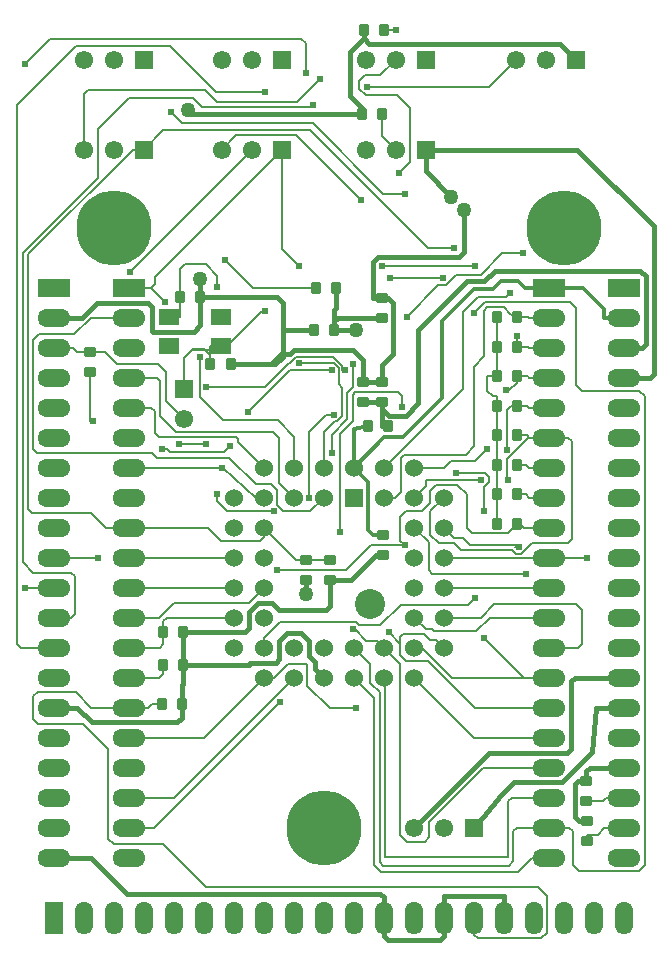
<source format=gbl>
G04 Layer_Physical_Order=2*
G04 Layer_Color=16711680*
%FSLAX25Y25*%
%MOIN*%
G70*
G01*
G75*
%ADD12C,0.00700*%
%ADD13C,0.01600*%
%ADD14C,0.25000*%
%ADD15R,0.11000X0.06000*%
%ADD16O,0.11000X0.06000*%
%ADD17R,0.06000X0.11000*%
%ADD18O,0.06000X0.11000*%
%ADD19C,0.06102*%
%ADD20R,0.06102X0.06102*%
%ADD21R,0.06000X0.06000*%
%ADD22C,0.06000*%
%ADD23R,0.06102X0.06102*%
%ADD24C,0.10000*%
%ADD25C,0.02400*%
%ADD26C,0.05000*%
G04:AMPARAMS|DCode=27|XSize=39.37mil|YSize=35.43mil|CornerRadius=4.43mil|HoleSize=0mil|Usage=FLASHONLY|Rotation=90.000|XOffset=0mil|YOffset=0mil|HoleType=Round|Shape=RoundedRectangle|*
%AMROUNDEDRECTD27*
21,1,0.03937,0.02658,0,0,90.0*
21,1,0.03051,0.03543,0,0,90.0*
1,1,0.00886,0.01329,0.01526*
1,1,0.00886,0.01329,-0.01526*
1,1,0.00886,-0.01329,-0.01526*
1,1,0.00886,-0.01329,0.01526*
%
%ADD27ROUNDEDRECTD27*%
%ADD28R,0.07087X0.05512*%
G04:AMPARAMS|DCode=29|XSize=39.37mil|YSize=35.43mil|CornerRadius=4.43mil|HoleSize=0mil|Usage=FLASHONLY|Rotation=0.000|XOffset=0mil|YOffset=0mil|HoleType=Round|Shape=RoundedRectangle|*
%AMROUNDEDRECTD29*
21,1,0.03937,0.02658,0,0,0.0*
21,1,0.03051,0.03543,0,0,0.0*
1,1,0.00886,0.01526,-0.01329*
1,1,0.00886,-0.01526,-0.01329*
1,1,0.00886,-0.01526,0.01329*
1,1,0.00886,0.01526,0.01329*
%
%ADD29ROUNDEDRECTD29*%
%ADD30C,0.01200*%
D12*
X315000Y240000D02*
X325004D01*
X326254Y241250D01*
Y244400D01*
X315000Y250000D02*
X325204D01*
X326454Y251250D01*
Y255200D01*
X355000Y265000D02*
X360000Y270000D01*
X410000Y240000D02*
X430000Y220000D01*
X455000D01*
X467400Y198954D02*
X473100D01*
X474146Y200000D01*
X480000D01*
X290000Y280000D02*
X304800D01*
X315300Y375300D02*
X356000Y416000D01*
X455000Y280000D02*
X467800D01*
X400000Y456000D02*
X404000D01*
X370654Y279346D02*
X374000D01*
X360000Y290000D02*
X370654Y279346D01*
X400000Y310000D02*
X426400Y336400D01*
Y361970D01*
X431430Y367000D01*
X440632D01*
X441900Y368268D01*
X322200Y370000D02*
X323600Y371400D01*
Y373600D01*
X366000Y416000D01*
X315000Y370000D02*
X322200D01*
X326900Y365300D01*
X315000Y340000D02*
X324249D01*
X325499Y338750D01*
Y327151D02*
Y338750D01*
Y327151D02*
X330751Y321899D01*
X363000D01*
X365000Y319899D01*
Y305000D02*
Y319899D01*
Y305000D02*
X370000Y300000D01*
X394450Y436950D02*
X434950D01*
X444000Y446000D01*
X340000Y220000D02*
X360000Y240000D01*
X315000Y220000D02*
X340000D01*
X342154Y350676D02*
X345561D01*
X400000Y250000D02*
X405400Y244600D01*
Y187600D02*
Y244600D01*
Y187600D02*
X407600Y185400D01*
X413650D01*
X415000Y186750D01*
Y191900D01*
X433100Y210000D01*
X455000D01*
X397600Y252400D02*
X400000Y250000D01*
X390000D02*
X395500Y244500D01*
Y238348D02*
Y244500D01*
Y238348D02*
X398600Y235248D01*
Y178462D02*
Y235248D01*
Y178462D02*
X399762Y177300D01*
X441550D01*
X443000Y178750D01*
Y188750D01*
X444250Y190000D01*
X455000D01*
X461750D01*
X463000Y188750D01*
Y177500D02*
Y188750D01*
Y177500D02*
X465000Y175500D01*
X484900D01*
X486900Y177500D01*
Y333750D01*
X485150Y335500D02*
X486900Y333750D01*
X466000Y335500D02*
X485150D01*
X464000Y337500D02*
X466000Y335500D01*
X464000Y337500D02*
Y363200D01*
X462100Y365100D02*
X464000Y363200D01*
X433632Y365100D02*
X462100D01*
X430100Y361568D02*
X433632Y365100D01*
X327200Y332400D02*
X333300Y326300D01*
X327200Y332400D02*
Y341950D01*
X324650Y344500D02*
X327200Y341950D01*
X311093Y344500D02*
X324650D01*
X306900Y348693D02*
X311093Y344500D01*
X302000Y348693D02*
X306900D01*
X370799Y420801D02*
X392200Y399400D01*
X350801Y420801D02*
X370799D01*
X346000Y416000D02*
X350801Y420801D01*
X405100Y408400D02*
X408600Y411900D01*
Y429900D01*
X404200Y434300D02*
X408600Y429900D01*
X393850Y434300D02*
X404200D01*
X391800Y436350D02*
X393850Y434300D01*
X391800Y436350D02*
Y438850D01*
X393750Y440800D01*
X398800D01*
X404000Y446000D01*
X300000Y416000D02*
Y434700D01*
X301250Y435950D01*
X340350D01*
X344300Y432000D01*
X371100D01*
X378673Y439573D01*
X360000Y286850D02*
Y290000D01*
X358750Y285600D02*
X360000Y286850D01*
X345700Y285600D02*
X358750D01*
X341300Y290000D02*
X345700Y285600D01*
X315000Y290000D02*
X341300D01*
X316400Y416000D02*
X320000D01*
X281500Y381100D02*
X316400Y416000D01*
X281500Y296150D02*
Y381100D01*
Y296150D02*
X282650Y295000D01*
X302500D01*
X307500Y290000D01*
X315000D01*
X320000Y416000D02*
X326501Y422501D01*
X375399D01*
X414600Y383300D01*
X423450D01*
X375800Y430300D02*
X376500Y431000D01*
X339350Y430300D02*
X375800D01*
X336450Y433200D02*
X339350Y430300D01*
X314900Y433200D02*
X336450D01*
X304600Y422900D02*
X314900Y433200D01*
X304600Y406700D02*
Y422900D01*
X279600Y381700D02*
X304600Y406700D01*
X279600Y278500D02*
Y381700D01*
Y278500D02*
X283100Y275000D01*
X295650D01*
X296900Y273750D01*
Y261250D02*
Y273750D01*
X295650Y260000D02*
X296900Y261250D01*
X290000Y260000D02*
X295650D01*
X344000Y435300D02*
X360250D01*
X328700Y450600D02*
X344000Y435300D01*
X297350Y450600D02*
X328700D01*
X277700Y430950D02*
X297350Y450600D01*
X277700Y251250D02*
Y430950D01*
Y251250D02*
X278950Y250000D01*
X290000D01*
X399800Y401400D02*
X407000D01*
X376200Y425000D02*
X399800Y401400D01*
X332550Y425000D02*
X376200D01*
X328950Y428600D02*
X332550Y425000D01*
X442100Y361300D02*
X444291Y360236D01*
X439900Y363500D02*
X442100Y361300D01*
X434500Y363500D02*
X439900D01*
X433400Y362400D02*
X434500Y363500D01*
X433400Y347100D02*
Y362400D01*
X430000Y343700D02*
X433400Y347100D01*
X430000Y317100D02*
Y343700D01*
X427250Y314350D02*
X430000Y317100D01*
X406600Y314350D02*
X427250D01*
X405600Y313350D02*
X406600Y314350D01*
X405600Y301900D02*
Y313350D01*
X403700Y300000D02*
X405600Y301900D01*
X400000Y300000D02*
X403700D01*
X444291Y338400D02*
Y340551D01*
X426050Y306050D02*
X432495Y305800D01*
X413950Y305900D02*
X426050Y306050D01*
X413950Y303950D02*
Y305900D01*
X410000Y300000D02*
X413950Y303950D01*
X442500Y330709D02*
X444291D01*
X422200Y312100D02*
X430200D01*
X420100Y310000D02*
X422200Y312100D01*
X410000Y310000D02*
X420100D01*
X455000Y320000D02*
X461504D01*
X462754Y318750D01*
Y286250D02*
Y318750D01*
X461258Y284754D02*
X462754Y286250D01*
X423350Y284750D02*
X425526Y282574D01*
X418350Y284750D02*
X423350D01*
X415500Y287600D02*
X418350Y284750D01*
X415500Y287600D02*
Y295500D01*
X420000Y300000D01*
X416150Y274500D02*
X447200D01*
X414900Y275750D02*
X416150Y274500D01*
X414900Y275750D02*
Y285100D01*
X410000Y290000D02*
X414900Y285100D01*
X401900Y373400D02*
X419700D01*
X405500Y285700D02*
X406900Y284300D01*
X405500Y285700D02*
Y293650D01*
X407350Y295500D01*
X412800D01*
X415500Y298200D01*
Y302400D01*
X417450Y304350D01*
X424400D01*
X427600Y301150D01*
Y290000D02*
Y301150D01*
Y290000D02*
X429500Y288100D01*
X441216D01*
X444291Y291175D01*
X443813D02*
X444291D01*
X443650Y291339D02*
X443813Y291175D01*
X443650Y291339D02*
X444291D01*
X380000Y310000D02*
Y321800D01*
X366000Y382900D02*
X371700Y377200D01*
X366000Y382900D02*
Y416000D01*
X302300Y360000D02*
X315000D01*
X296800Y354500D02*
X302300Y360000D01*
X285100Y354500D02*
X296800D01*
X283100Y352500D02*
X285100Y354500D01*
X283100Y316250D02*
Y352500D01*
Y316250D02*
X284350Y315000D01*
X322700D01*
X324400Y313300D01*
X348400D01*
X357200Y304500D01*
X362400D01*
X364400Y302500D01*
Y297450D02*
Y302500D01*
Y297450D02*
X366350Y295500D01*
X375500D01*
X380000Y300000D01*
X370000Y310000D02*
Y320348D01*
X364548Y325800D02*
X370000Y320348D01*
X346445Y325800D02*
X364548D01*
X338600Y333645D02*
X346445Y325800D01*
X338600Y333645D02*
Y346800D01*
X351350Y318650D02*
X360000Y310000D01*
X351350Y318650D02*
Y319585D01*
X350736Y320199D02*
X351350Y319585D01*
X325000Y320199D02*
X350736D01*
X323700Y321499D02*
X325000Y320199D01*
X323700Y321499D02*
Y328750D01*
X322450Y330000D02*
X323700Y328750D01*
X315000Y330000D02*
X322450D01*
X346800Y315100D02*
X348800Y317100D01*
X328550Y315100D02*
X346800D01*
X327550Y316100D02*
X328550Y315100D01*
X326000Y316100D02*
X327550D01*
X390000Y240000D02*
X396762Y233238D01*
Y177488D02*
Y233238D01*
Y177488D02*
X398850Y175400D01*
X444700D01*
X449300Y180000D01*
X455000D01*
X407600Y360236D02*
X418164Y370800D01*
X420557D01*
X424057Y374300D01*
X432294D01*
X439494Y381500D01*
X446200D01*
X323500Y190000D02*
X365500Y232000D01*
X315000Y190000D02*
X323500D01*
X387800Y326204D02*
Y334900D01*
X382600Y321004D02*
X387800Y326204D01*
X382600Y315000D02*
Y321004D01*
X455000Y250000D02*
X464650D01*
X465900Y251250D01*
Y262500D01*
X463900Y264500D02*
X465900Y262500D01*
X436700Y264500D02*
X463900D01*
X432200Y260000D02*
X436700Y264500D01*
X420000Y260000D02*
X432200D01*
X360000Y240000D02*
X363500D01*
X368000Y244500D01*
X374200D01*
X374500Y244200D01*
Y237350D02*
Y244200D01*
X428100Y264400D02*
X430300Y266600D01*
X405600Y264400D02*
X428100D01*
X398700Y257500D02*
X405600Y264400D01*
X360000Y250000D02*
Y253225D01*
X410000Y260000D02*
X413900Y256100D01*
X416150D01*
X416750Y255500D01*
X430800D01*
X435300Y260000D01*
X455000D01*
X375000Y300000D02*
Y321900D01*
X400000Y240000D02*
X400300Y239700D01*
Y180300D02*
Y239700D01*
Y180300D02*
X441300D01*
Y198750D01*
X442550Y200000D01*
X455000D01*
X315000Y230000D02*
X321500D01*
X322800Y231300D01*
X326054D01*
X430000Y154350D02*
Y160000D01*
Y154350D02*
X431250Y153100D01*
X452500D01*
X454400Y155000D01*
Y167100D01*
X451300Y170200D02*
X454400Y167100D01*
X340800Y170200D02*
X451300D01*
X326500Y184500D02*
X340800Y170200D01*
X309850Y184500D02*
X326500D01*
X308100Y186250D02*
X309850Y184500D01*
X308100Y186250D02*
Y216200D01*
X299700Y224600D02*
X308100Y216200D01*
X284750Y224600D02*
X299700D01*
X283100Y226250D02*
X284750Y224600D01*
X283100Y226250D02*
Y233750D01*
X284550Y235200D01*
X297300D01*
X302500Y230000D01*
X315000D01*
X326454Y255200D02*
Y258750D01*
X327704Y260000D01*
X350000D01*
X473500Y190000D02*
X480000D01*
X471200Y187700D02*
X473500Y190000D01*
X467700Y187700D02*
X471200D01*
X467600Y187600D02*
X467700Y187700D01*
X467600Y185454D02*
Y187600D01*
X430196Y230000D02*
X455000D01*
X407450Y245650D02*
X414546D01*
X405500Y247600D02*
X407450Y245650D01*
X405500Y253650D02*
X406350Y254500D01*
X413400D01*
X415400Y252500D01*
X417500D01*
X420000Y250000D01*
X405906Y330400D02*
Y333750D01*
X404556Y335100D02*
X405906Y333750D01*
X390508Y335100D02*
X404556D01*
X389600Y334192D02*
X390508Y335100D01*
X389600Y325600D02*
Y334192D01*
X385200Y321200D02*
X389600Y325600D01*
X385200Y288650D02*
Y321200D01*
X401800Y255100D02*
X405500Y251400D01*
Y247600D02*
Y251400D01*
X414546Y245650D02*
X430196Y230000D01*
X290000Y350000D02*
X296500D01*
X297807Y348693D01*
X302000D01*
X399346Y420654D02*
X404000Y416000D01*
X399346Y420654D02*
Y428000D01*
X374000Y279346D02*
X382000D01*
X315000Y270000D02*
X350000D01*
X315000Y280000D02*
X350000D01*
X373900Y441500D02*
Y451600D01*
X372500Y453000D02*
X373900Y451600D01*
X288700Y453000D02*
X372500D01*
X280300Y444600D02*
X288700Y453000D01*
X280300Y270000D02*
X290000D01*
X444291Y360236D02*
X448264D01*
X448500Y360000D01*
X455000D01*
X444291Y350394D02*
X448106D01*
X448500Y350000D01*
X455000D01*
X444291Y340551D02*
X447949D01*
X448500Y340000D01*
X455000D01*
X444291Y330709D02*
X447791D01*
X448500Y330000D01*
X455000D01*
X444291Y320866D02*
X447634D01*
X448500Y320000D01*
X455000D01*
X399400Y377200D02*
X430200D01*
X448100Y320000D02*
X448500D01*
X444291Y311024D02*
X447476D01*
X448500Y310000D01*
X455000D01*
X444291Y301181D02*
X447319D01*
X448500Y300000D01*
X455000D01*
X420000Y290000D02*
X423500Y286500D01*
X395800Y284300D02*
X406900D01*
X387500Y276000D02*
X395800Y284300D01*
X364350Y276000D02*
X387500D01*
X347700Y295500D02*
X363200D01*
X344200Y299000D02*
X347700Y295500D01*
X344200Y299000D02*
Y301200D01*
X331643Y318000D02*
X340800D01*
Y336800D02*
X360200D01*
X357400Y300000D02*
X360000D01*
X346200Y310000D02*
X357400Y300000D01*
X346100Y310000D02*
X346200D01*
X315000D02*
X346100D01*
X437598Y320866D02*
Y330709D01*
Y311024D02*
Y320866D01*
X434500Y335700D02*
Y340551D01*
X437598D01*
Y350394D01*
Y360236D01*
Y301181D02*
Y311024D01*
Y291339D02*
Y301181D01*
X330000Y200000D02*
X370000Y240000D01*
X315000Y200000D02*
X330000D01*
X302100Y325500D02*
X303100D01*
X302000Y325600D02*
X302100Y325500D01*
X302000Y325600D02*
Y342000D01*
X420000Y270000D02*
X455000D01*
X412600Y250000D02*
X422600Y240000D01*
X410000Y250000D02*
X412600D01*
X423850Y308400D02*
X433750D01*
X435100Y307050D01*
Y305200D02*
Y307050D01*
X433500Y303600D02*
X435100Y305200D01*
X433500Y295600D02*
Y303600D01*
Y253100D02*
X446600Y240000D01*
X448500D01*
X328239Y360124D02*
X331800D01*
X331954Y360278D01*
Y366900D01*
X340254Y349400D02*
X342154Y347500D01*
X340254Y349400D02*
Y349500D01*
X336082D02*
X340254D01*
X336082Y349400D02*
Y349500D01*
X335982Y349400D02*
X336082D01*
X333300Y336300D02*
Y346718D01*
X335982Y349400D01*
X405500Y251400D02*
Y253650D01*
X422600Y240000D02*
X446600D01*
X448500D02*
X455000D01*
X336082Y349400D02*
X340254D01*
X342154D01*
X346400D01*
X342154Y344500D02*
Y347500D01*
Y349400D01*
Y350676D01*
X315000Y260000D02*
X324961D01*
X329961Y265000D01*
X355000D01*
X346400Y349400D02*
X359205Y362205D01*
X360236D01*
X356234Y370000D02*
X377307D01*
X331954Y366900D02*
Y376250D01*
X347100Y379134D02*
X356234Y370000D01*
X340551Y377953D02*
X344488Y374016D01*
X333656Y377953D02*
X340551D01*
X344488Y370079D02*
Y374016D01*
X331954Y376250D02*
X333656Y377953D01*
X420000Y280000D02*
X455000D01*
X442732Y282574D02*
X443991Y281315D01*
X445772D01*
X449212Y284754D02*
X461258D01*
X445772Y281315D02*
X449212Y284754D01*
X425526Y282574D02*
X442732D01*
X443680Y283465D02*
X444882D01*
X423500Y286500D02*
X426492D01*
X428740Y284252D02*
X444095D01*
X444882Y283465D01*
X426492Y286500D02*
X428740Y284252D01*
X444291Y291339D02*
X445276D01*
X446614Y290000D01*
X455000D01*
X440900Y306344D02*
X441339Y305906D01*
X440900Y306344D02*
Y312800D01*
X440945Y315748D02*
Y329153D01*
X440900Y312800D02*
X441698Y313598D01*
X441835D01*
X443095Y314858D01*
Y314995D01*
X448100Y320000D01*
X440945Y329153D02*
X442500Y330709D01*
X430200Y312100D02*
X434252Y316152D01*
X434500Y335700D02*
X436300Y333900D01*
X437498D01*
X437598Y333800D01*
Y330709D02*
Y333800D01*
X440551Y335827D02*
X441718D01*
X444291Y338400D01*
X444488Y352682D02*
Y353937D01*
X444291Y352485D02*
X444488Y352682D01*
X444291Y350394D02*
Y352485D01*
X354800Y328600D02*
X368700Y342500D01*
X360200Y336800D02*
X368350Y344950D01*
X368700Y342500D02*
X382700D01*
X368350Y344950D02*
X368681D01*
X370762Y347031D01*
X383048D01*
X386150Y343929D01*
X371653Y344881D02*
X383359D01*
X384850Y337950D02*
X386100Y336700D01*
X375000Y321900D02*
X380659Y327559D01*
X383465D01*
X380000Y321800D02*
X383609Y325409D01*
X384355D01*
X386100Y327154D01*
Y336700D01*
X389682Y336782D02*
Y344488D01*
X387800Y334900D02*
X389682Y336782D01*
X386150Y342550D02*
Y343929D01*
X384850Y337950D02*
Y343390D01*
X383359Y344881D02*
X384850Y343390D01*
X386150Y342550D02*
X386181Y342519D01*
X387007D01*
X394100Y252400D02*
X397600D01*
X390201Y256299D02*
X394100Y252400D01*
X389764Y256299D02*
X390201D01*
X390654Y258449D02*
X391603Y257500D01*
X398700D01*
X365224Y258449D02*
X390654D01*
X360000Y253225D02*
X365224Y258449D01*
X381929Y229921D02*
X390551D01*
X374500Y237350D02*
X381929Y229921D01*
D13*
X399400Y324100D02*
X399500Y324000D01*
X401346D01*
X332946Y244400D02*
Y249700D01*
X333146Y249900D01*
Y255200D01*
X332746Y231300D02*
Y237700D01*
X332946Y237900D01*
Y244400D01*
X414000Y408800D02*
Y416000D01*
Y408800D02*
X422400Y400400D01*
X399213Y366732D02*
X401268D01*
X403000Y365000D01*
Y348000D02*
Y365000D01*
X399400Y344400D02*
X403000Y348000D01*
X399400Y338446D02*
Y344400D01*
X364300Y366900D02*
X366200Y365000D01*
X290000Y360000D02*
X299200D01*
X304200Y365000D01*
X321350D01*
X322800Y363550D01*
Y355500D02*
Y363550D01*
Y355500D02*
X322900Y355400D01*
X336546D01*
X338646Y357500D01*
X465000Y192146D02*
X467600D01*
X463600Y193546D02*
X465000Y192146D01*
X463600Y193546D02*
Y204598D01*
X464648Y205646D01*
X467400D01*
X383346Y356000D02*
X390550D01*
X383346D02*
Y358750D01*
X384636Y360039D01*
X399213D01*
X392654Y428000D02*
Y430055D01*
X388700Y434009D02*
X392654Y430055D01*
X388700Y434009D02*
Y448600D01*
X420000Y153950D02*
Y160000D01*
X418750Y152700D02*
X420000Y153950D01*
X401250Y152700D02*
X418750D01*
X400000Y153950D02*
X401250Y152700D01*
X400000Y153950D02*
Y160000D01*
X480000Y350000D02*
X486050D01*
X487300Y351250D01*
Y373750D01*
X485350Y375700D02*
X487300Y373750D01*
X437034Y375700D02*
X485350D01*
X433410Y372077D02*
X437034Y375700D01*
X427700Y372077D02*
X433410D01*
X411400Y355777D02*
X427700Y372077D01*
X411400Y331500D02*
Y355777D01*
X407200Y327300D02*
X411400Y331500D01*
X401550Y327300D02*
X407200D01*
X399400Y329450D02*
X401550Y327300D01*
X399400Y329450D02*
Y331754D01*
X376944Y243056D02*
X380000Y240000D01*
X376944Y243056D02*
Y245200D01*
X374900Y247244D02*
X376944Y245200D01*
X374900Y247244D02*
Y252400D01*
X372400Y254900D02*
X374900Y252400D01*
X367600Y254900D02*
X372400D01*
X365100Y252400D02*
X367600Y254900D01*
X365100Y246150D02*
Y252400D01*
X363850Y244900D02*
X365100Y246150D01*
X355500Y244900D02*
X363850D01*
X355000Y244400D02*
X355500Y244900D01*
X332946Y244400D02*
X355000D01*
X414000Y416000D02*
X464500D01*
X490000Y390500D01*
Y341250D02*
Y390500D01*
X488750Y340000D02*
X490000Y341250D01*
X480000Y340000D02*
X488750D01*
X382000Y263750D02*
Y272654D01*
X380750Y262500D02*
X382000Y263750D01*
X365000Y262500D02*
X380750D01*
X362600Y264900D02*
X365000Y262500D01*
X358112Y264900D02*
X362600D01*
X355000Y261788D02*
X358112Y264900D01*
X355000Y256450D02*
Y261788D01*
X353750Y255200D02*
X355000Y256450D01*
X333146Y255200D02*
X353750D01*
X426825Y382025D02*
Y395975D01*
X425100Y380300D02*
X426825Y382025D01*
X397950Y380300D02*
X425100D01*
X396300Y378650D02*
X397950Y380300D01*
X396300Y366932D02*
Y378650D01*
Y366932D02*
X396500Y366732D01*
X399213D01*
X374000Y268000D02*
Y272654D01*
X400000Y160000D02*
Y166750D01*
X398750Y168000D02*
X400000Y166750D01*
X314500Y168000D02*
X398750D01*
X302500Y180000D02*
X314500Y168000D01*
X290000Y180000D02*
X302500D01*
X393000Y331854D02*
X396100D01*
X396200Y331754D01*
X399400D01*
X430000Y190000D02*
X439050Y200800D01*
X443450Y205200D01*
X459500D01*
X469500Y215200D01*
X470750Y230000D01*
X480000D01*
X463550Y240000D02*
X480000D01*
X462300Y238750D02*
X463550Y240000D01*
X462300Y216250D02*
Y238750D01*
X461050Y215000D02*
X462300Y216250D01*
X435000Y215000D02*
X461050D01*
X410000Y190000D02*
X435000Y215000D01*
X332746Y226696D02*
Y231300D01*
X331150Y225100D02*
X332746Y226696D01*
X302600Y225100D02*
X331150D01*
X297700Y230000D02*
X302600Y225100D01*
X290000Y230000D02*
X297700D01*
X397400Y280954D02*
X399800D01*
X389100Y272654D02*
X397400Y280954D01*
X382000Y272654D02*
X389100D01*
X348846Y344500D02*
X363700D01*
X366200Y347000D01*
Y348050D01*
X393000Y338546D02*
X396100D01*
X396200Y338446D01*
X399400D01*
X468650Y210000D02*
X480000D01*
X467400Y208750D02*
X468650Y210000D01*
X467400Y205646D02*
Y208750D01*
X383346Y362600D02*
X384000Y363254D01*
Y370000D01*
X334700Y429250D02*
X335950Y428000D01*
X392654D01*
X393307Y453207D02*
Y456000D01*
X393250Y453150D02*
X393307Y453207D01*
X393250Y453150D02*
X395000Y451400D01*
X458600D01*
X464000Y446000D01*
X440000Y160000D02*
Y167300D01*
X420000D02*
X440000D01*
X420000Y160000D02*
Y167300D01*
X399400Y324100D02*
Y329450D01*
X366200Y348050D02*
Y356000D01*
Y365000D01*
Y356000D02*
X376654D01*
X383346Y358750D02*
Y362600D01*
X388700Y448600D02*
X393250Y453150D01*
X362216Y344500D02*
X366200Y348483D01*
Y356000D01*
X338646Y357500D02*
Y366900D01*
Y372835D01*
Y366900D02*
X364300D01*
X366200Y348050D02*
X368741D01*
X369872Y349181D01*
X393000Y338546D02*
Y345950D01*
X369872Y349181D02*
X389769D01*
X393000Y345950D01*
D14*
X380000Y190000D02*
D03*
X310000Y390000D02*
D03*
X460000D02*
D03*
D15*
X290000Y370000D02*
D03*
X480000D02*
D03*
X455000D02*
D03*
X315000D02*
D03*
D16*
X290000Y360000D02*
D03*
Y350000D02*
D03*
Y340000D02*
D03*
Y330000D02*
D03*
Y320000D02*
D03*
Y310000D02*
D03*
Y300000D02*
D03*
Y290000D02*
D03*
Y280000D02*
D03*
Y270000D02*
D03*
Y260000D02*
D03*
Y250000D02*
D03*
Y240000D02*
D03*
Y230000D02*
D03*
Y220000D02*
D03*
Y210000D02*
D03*
Y200000D02*
D03*
Y190000D02*
D03*
Y180000D02*
D03*
X480000Y360000D02*
D03*
Y350000D02*
D03*
Y340000D02*
D03*
Y330000D02*
D03*
Y320000D02*
D03*
Y310000D02*
D03*
Y300000D02*
D03*
Y290000D02*
D03*
Y280000D02*
D03*
Y270000D02*
D03*
Y260000D02*
D03*
Y250000D02*
D03*
Y240000D02*
D03*
Y230000D02*
D03*
Y220000D02*
D03*
Y210000D02*
D03*
Y200000D02*
D03*
Y190000D02*
D03*
Y180000D02*
D03*
X455000Y360000D02*
D03*
Y350000D02*
D03*
Y340000D02*
D03*
Y330000D02*
D03*
Y320000D02*
D03*
Y310000D02*
D03*
Y300000D02*
D03*
Y290000D02*
D03*
Y280000D02*
D03*
Y270000D02*
D03*
Y260000D02*
D03*
Y250000D02*
D03*
Y240000D02*
D03*
Y230000D02*
D03*
Y220000D02*
D03*
Y210000D02*
D03*
Y200000D02*
D03*
Y190000D02*
D03*
Y180000D02*
D03*
X315000Y360000D02*
D03*
Y350000D02*
D03*
Y340000D02*
D03*
Y330000D02*
D03*
Y320000D02*
D03*
Y310000D02*
D03*
Y300000D02*
D03*
Y290000D02*
D03*
Y280000D02*
D03*
Y270000D02*
D03*
Y260000D02*
D03*
Y250000D02*
D03*
Y240000D02*
D03*
Y230000D02*
D03*
Y220000D02*
D03*
Y210000D02*
D03*
Y200000D02*
D03*
Y190000D02*
D03*
Y180000D02*
D03*
D17*
X290000Y160000D02*
D03*
D18*
X300000D02*
D03*
X310000D02*
D03*
X320000D02*
D03*
X330000D02*
D03*
X340000D02*
D03*
X350000D02*
D03*
X360000D02*
D03*
X370000D02*
D03*
X380000D02*
D03*
X390000D02*
D03*
X400000D02*
D03*
X410000D02*
D03*
X420000D02*
D03*
X430000D02*
D03*
X440000D02*
D03*
X450000D02*
D03*
X460000D02*
D03*
X470000D02*
D03*
X480000D02*
D03*
D19*
X444000Y446000D02*
D03*
X454000D02*
D03*
X394000D02*
D03*
X404000D02*
D03*
X356000D02*
D03*
X346000D02*
D03*
X310000D02*
D03*
X300000D02*
D03*
X356000Y416000D02*
D03*
X346000D02*
D03*
X310000D02*
D03*
X300000D02*
D03*
X404000D02*
D03*
X394000D02*
D03*
X420000Y190000D02*
D03*
X410000D02*
D03*
X333300Y326300D02*
D03*
D20*
X464000Y446000D02*
D03*
X414000D02*
D03*
X366000D02*
D03*
X320000D02*
D03*
X366000Y416000D02*
D03*
X320000D02*
D03*
X414000D02*
D03*
X430000Y190000D02*
D03*
D21*
X390000Y300000D02*
D03*
D22*
X410000Y310000D02*
D03*
X350000Y290000D02*
D03*
Y280000D02*
D03*
Y270000D02*
D03*
Y260000D02*
D03*
Y250000D02*
D03*
X360000D02*
D03*
X380000Y310000D02*
D03*
X360000Y290000D02*
D03*
Y280000D02*
D03*
Y270000D02*
D03*
Y260000D02*
D03*
Y240000D02*
D03*
X380000Y300000D02*
D03*
X370000D02*
D03*
Y250000D02*
D03*
Y240000D02*
D03*
Y310000D02*
D03*
X410000Y300000D02*
D03*
X380000Y250000D02*
D03*
Y240000D02*
D03*
X400000Y310000D02*
D03*
X390000D02*
D03*
Y250000D02*
D03*
Y240000D02*
D03*
X360000Y310000D02*
D03*
X400000Y300000D02*
D03*
Y250000D02*
D03*
Y240000D02*
D03*
X350000Y300000D02*
D03*
X410000Y290000D02*
D03*
Y280000D02*
D03*
Y270000D02*
D03*
Y260000D02*
D03*
Y240000D02*
D03*
X360000Y300000D02*
D03*
X420000D02*
D03*
Y290000D02*
D03*
Y280000D02*
D03*
Y270000D02*
D03*
Y260000D02*
D03*
Y250000D02*
D03*
X410000D02*
D03*
D23*
X333300Y336300D02*
D03*
D24*
X395276Y264567D02*
D03*
D25*
X304800Y280000D02*
D03*
X315300Y375300D02*
D03*
X467800Y280000D02*
D03*
X404000Y456000D02*
D03*
X441900Y368268D02*
D03*
X326900Y365300D02*
D03*
X394450Y436950D02*
D03*
X354800Y328600D02*
D03*
X430100Y361568D02*
D03*
X392200Y399400D02*
D03*
X405100Y408400D02*
D03*
X378673Y439573D02*
D03*
X423450Y383300D02*
D03*
X376500Y431000D02*
D03*
X360250Y435300D02*
D03*
X407000Y401400D02*
D03*
X328950Y428600D02*
D03*
X432495Y305800D02*
D03*
X447200Y274500D02*
D03*
X419700Y373400D02*
D03*
X401900D02*
D03*
X371700Y377200D02*
D03*
X338600Y346800D02*
D03*
X348800Y317100D02*
D03*
X326000Y316100D02*
D03*
X407600Y360236D02*
D03*
X446200Y381500D02*
D03*
X365500Y232000D02*
D03*
X382600Y315000D02*
D03*
X430300Y266600D02*
D03*
X375000Y300000D02*
D03*
X405906Y330400D02*
D03*
X385200Y288650D02*
D03*
X401800Y255100D02*
D03*
X373900Y441500D02*
D03*
X280300Y444600D02*
D03*
Y270000D02*
D03*
X399400Y377200D02*
D03*
X430200D02*
D03*
X406900Y284300D02*
D03*
X364350Y276000D02*
D03*
X363200Y295500D02*
D03*
X344200Y301200D02*
D03*
X331643Y318000D02*
D03*
X340800D02*
D03*
Y336800D02*
D03*
X346100Y310000D02*
D03*
X303100Y325500D02*
D03*
X423850Y308400D02*
D03*
X433500Y295600D02*
D03*
Y253100D02*
D03*
X360236Y362205D02*
D03*
X347100Y379134D02*
D03*
X344488Y370079D02*
D03*
X444882Y283465D02*
D03*
X441339Y305906D02*
D03*
X440945Y315748D02*
D03*
X434252Y316152D02*
D03*
X440551Y335827D02*
D03*
X444488Y353937D02*
D03*
X382700Y342500D02*
D03*
X371653Y344881D02*
D03*
X383465Y327559D02*
D03*
X389682Y344488D02*
D03*
X387007Y342519D02*
D03*
X389764Y256299D02*
D03*
X390551Y229921D02*
D03*
D26*
X422400Y400400D02*
D03*
X390550Y356000D02*
D03*
X426825Y395975D02*
D03*
X374000Y268000D02*
D03*
X334700Y429250D02*
D03*
X338646Y372835D02*
D03*
D27*
Y366900D02*
D03*
X331954D02*
D03*
X348846Y344500D02*
D03*
X342154D02*
D03*
X437598Y311024D02*
D03*
X444291D02*
D03*
X437598Y350394D02*
D03*
X444291D02*
D03*
X437598Y360236D02*
D03*
X444291D02*
D03*
X437598Y320866D02*
D03*
X444291D02*
D03*
X437598Y330709D02*
D03*
X444291D02*
D03*
X437598Y340551D02*
D03*
X444291D02*
D03*
X437598Y291339D02*
D03*
X444291D02*
D03*
X437598Y301181D02*
D03*
X444291D02*
D03*
X400000Y456000D02*
D03*
X393307D02*
D03*
X392654Y428000D02*
D03*
X399346D02*
D03*
X377307Y370000D02*
D03*
X384000D02*
D03*
X376654Y356000D02*
D03*
X383346D02*
D03*
X394654Y324000D02*
D03*
X401346D02*
D03*
X333146Y255200D02*
D03*
X326454D02*
D03*
X326054Y231300D02*
D03*
X332746D02*
D03*
X332946Y244400D02*
D03*
X326254D02*
D03*
D28*
X328239Y360124D02*
D03*
X345561D02*
D03*
Y350676D02*
D03*
X328239D02*
D03*
D29*
X302000Y348693D02*
D03*
Y342000D02*
D03*
X382000Y272654D02*
D03*
Y279346D02*
D03*
X374000D02*
D03*
Y272654D02*
D03*
X399800Y287646D02*
D03*
Y280954D02*
D03*
X399400Y338446D02*
D03*
Y331754D02*
D03*
X393000Y338546D02*
D03*
Y331854D02*
D03*
X467600Y192146D02*
D03*
Y185454D02*
D03*
X467400Y205646D02*
D03*
Y198954D02*
D03*
X399213Y366732D02*
D03*
Y360039D02*
D03*
D30*
X390000Y322750D02*
X394654Y324000D01*
X390000Y310000D02*
Y322750D01*
X473500Y360000D02*
X480000D01*
X473500D02*
Y362750D01*
X466250Y370000D02*
X473500Y362750D01*
X455000Y370000D02*
X466250D01*
X390000Y310000D02*
X400127Y320127D01*
X406227D01*
X419500Y333400D01*
Y358970D01*
X430130Y369600D01*
X436400D01*
X439100Y372300D01*
X444700D01*
X447000Y370000D01*
X455000D01*
X396250Y287646D02*
X399800D01*
X394800Y289096D02*
X396250Y287646D01*
X394800Y289096D02*
Y305200D01*
X390000Y310000D02*
X394800Y305200D01*
M02*

</source>
